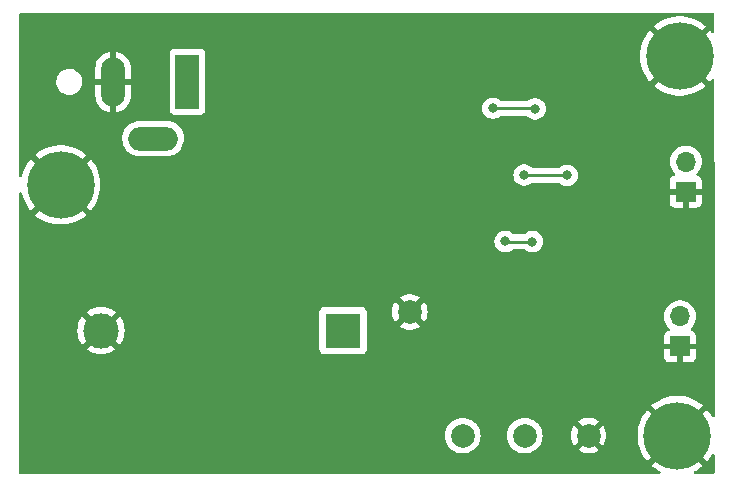
<source format=gbr>
%TF.GenerationSoftware,KiCad,Pcbnew,7.0.11-7.0.11~ubuntu22.04.1*%
%TF.CreationDate,2024-09-07T09:13:53-07:00*%
%TF.ProjectId,battery_pwr_brd_r3,62617474-6572-4795-9f70-77725f627264,rev?*%
%TF.SameCoordinates,Original*%
%TF.FileFunction,Copper,L2,Bot*%
%TF.FilePolarity,Positive*%
%FSLAX46Y46*%
G04 Gerber Fmt 4.6, Leading zero omitted, Abs format (unit mm)*
G04 Created by KiCad (PCBNEW 7.0.11-7.0.11~ubuntu22.04.1) date 2024-09-07 09:13:53*
%MOMM*%
%LPD*%
G01*
G04 APERTURE LIST*
%TA.AperFunction,ComponentPad*%
%ADD10C,2.000000*%
%TD*%
%TA.AperFunction,ComponentPad*%
%ADD11R,2.000000X4.600000*%
%TD*%
%TA.AperFunction,ComponentPad*%
%ADD12O,2.000000X4.200000*%
%TD*%
%TA.AperFunction,ComponentPad*%
%ADD13O,4.200000X2.000000*%
%TD*%
%TA.AperFunction,ComponentPad*%
%ADD14R,1.700000X1.700000*%
%TD*%
%TA.AperFunction,ComponentPad*%
%ADD15O,1.700000X1.700000*%
%TD*%
%TA.AperFunction,ComponentPad*%
%ADD16C,3.600000*%
%TD*%
%TA.AperFunction,ConnectorPad*%
%ADD17C,5.700000*%
%TD*%
%TA.AperFunction,ComponentPad*%
%ADD18R,3.000000X3.000000*%
%TD*%
%TA.AperFunction,ComponentPad*%
%ADD19C,3.000000*%
%TD*%
%TA.AperFunction,ViaPad*%
%ADD20C,0.800000*%
%TD*%
%TA.AperFunction,Conductor*%
%ADD21C,0.250000*%
%TD*%
G04 APERTURE END LIST*
D10*
%TO.P,GND1,1,1*%
%TO.N,GND*%
X106019600Y-110566200D03*
%TD*%
D11*
%TO.P,J1,1*%
%TO.N,Net-(SW1A-B)*%
X87189300Y-91083100D03*
D12*
%TO.P,J1,2*%
%TO.N,GND*%
X80889300Y-91083100D03*
D13*
%TO.P,J1,3*%
%TO.N,N/C*%
X84289300Y-95883100D03*
%TD*%
D14*
%TO.P,J2,1,Pin_1*%
%TO.N,GND*%
X129376500Y-100380800D03*
D15*
%TO.P,J2,2,Pin_2*%
%TO.N,+5V*%
X129376500Y-97840800D03*
%TD*%
D10*
%TO.P,3V3,1,1*%
%TO.N,+3.3V*%
X115747800Y-121031000D03*
%TD*%
D16*
%TO.P,H3,1,1*%
%TO.N,GND*%
X128649700Y-121029700D03*
D17*
X128649700Y-121029700D03*
%TD*%
D10*
%TO.P,GND2,1,1*%
%TO.N,GND*%
X121158000Y-121031000D03*
%TD*%
D18*
%TO.P,BT1,1,+*%
%TO.N,Net-(BT1-+)*%
X100362601Y-112141001D03*
D19*
%TO.P,BT1,2,-*%
%TO.N,GND*%
X79872601Y-112141001D03*
%TD*%
D10*
%TO.P,5V1,1,1*%
%TO.N,+5V*%
X110490000Y-121031000D03*
%TD*%
D14*
%TO.P,J3,1,Pin_1*%
%TO.N,GND*%
X128905000Y-113492200D03*
D15*
%TO.P,J3,2,Pin_2*%
%TO.N,+3.3V*%
X128905000Y-110952200D03*
%TD*%
D16*
%TO.P,H1,1,1*%
%TO.N,GND*%
X76454000Y-99796600D03*
D17*
X76454000Y-99796600D03*
%TD*%
D16*
%TO.P,H2,1,1*%
%TO.N,GND*%
X128871700Y-88900000D03*
D17*
X128871700Y-88900000D03*
%TD*%
D20*
%TO.N,GND*%
X102422100Y-90106300D03*
X118008400Y-86410800D03*
X97026700Y-97610900D03*
X96467900Y-101827300D03*
X109522100Y-102506300D03*
X93445300Y-112723900D03*
X124358400Y-87477600D03*
X111988600Y-87630000D03*
X103322100Y-97106300D03*
X126061500Y-114961700D03*
X122097800Y-105740200D03*
X130938300Y-113818700D03*
X81456500Y-108532900D03*
X114046000Y-102621000D03*
X82218500Y-87577900D03*
X122322100Y-101406300D03*
X122607100Y-93976100D03*
X77748100Y-94461300D03*
X128397000Y-106857800D03*
X126772700Y-98832700D03*
X83590100Y-88009700D03*
X124231400Y-122275600D03*
X126922100Y-99906300D03*
X113734450Y-112000550D03*
X83844100Y-117905500D03*
X86231700Y-111428500D03*
X77697300Y-88085900D03*
X109722100Y-97906300D03*
X120345200Y-115468400D03*
X121286300Y-108129100D03*
X99515900Y-107364500D03*
X131014500Y-102363300D03*
X105027700Y-106932700D03*
X77595700Y-109599700D03*
X116222100Y-102806300D03*
X111277400Y-94538800D03*
X80262700Y-94613700D03*
X106522100Y-93206300D03*
X96522100Y-86806300D03*
X116611400Y-90932000D03*
X115290600Y-88163400D03*
X125222000Y-117221000D03*
X89000300Y-98830100D03*
X84174300Y-91565700D03*
X115969650Y-107123750D03*
X130531900Y-116485700D03*
X112395000Y-90373200D03*
X112012700Y-99134900D03*
X126922100Y-113506300D03*
X110234700Y-95528100D03*
X117525800Y-97434400D03*
X125095000Y-107772200D03*
X109421900Y-106424700D03*
%TO.N,Net-(D1-K)*%
X115697000Y-98983800D03*
X119329200Y-99009200D03*
%TO.N,Net-(U1-VIN)*%
X116611400Y-93370400D03*
X113055400Y-93319600D03*
%TO.N,+3.3V*%
X116401450Y-104609150D03*
X114096800Y-104602200D03*
%TD*%
D21*
%TO.N,Net-(D1-K)*%
X119202200Y-98983800D02*
X119329200Y-99009200D01*
X119329200Y-99009200D02*
X119253000Y-98983800D01*
X119253000Y-98983800D02*
X119227600Y-98983800D01*
X115697000Y-98983800D02*
X119202200Y-98983800D01*
%TO.N,Net-(U1-VIN)*%
X113055400Y-93319600D02*
X116560600Y-93319600D01*
X116560600Y-93319600D02*
X116611400Y-93370400D01*
%TO.N,+3.3V*%
X114318650Y-104609150D02*
X116401450Y-104609150D01*
%TD*%
%TA.AperFunction,Conductor*%
%TO.N,GND*%
G36*
X131742455Y-85261319D02*
G01*
X131788233Y-85314103D01*
X131799461Y-85365502D01*
X131801389Y-86847473D01*
X131781792Y-86914538D01*
X131729047Y-86960361D01*
X131659902Y-86970395D01*
X131596308Y-86941453D01*
X131574755Y-86917221D01*
X131542521Y-86869679D01*
X131410729Y-86714523D01*
X131410728Y-86714523D01*
X130169432Y-87955818D01*
X130006570Y-87765130D01*
X129815880Y-87602266D01*
X131059810Y-86358336D01*
X131059810Y-86358334D01*
X131043629Y-86343007D01*
X131043628Y-86343006D01*
X130754433Y-86123167D01*
X130754417Y-86123156D01*
X130443177Y-85935890D01*
X130443164Y-85935883D01*
X130113494Y-85783360D01*
X130113489Y-85783359D01*
X129769238Y-85667367D01*
X129414464Y-85589275D01*
X129053333Y-85550000D01*
X128690066Y-85550000D01*
X128328935Y-85589275D01*
X127974161Y-85667367D01*
X127629910Y-85783359D01*
X127629905Y-85783360D01*
X127300235Y-85935883D01*
X127300222Y-85935890D01*
X126988982Y-86123156D01*
X126988966Y-86123167D01*
X126699775Y-86343002D01*
X126683588Y-86358335D01*
X126683587Y-86358335D01*
X127927519Y-87602266D01*
X127736830Y-87765130D01*
X127573966Y-87955818D01*
X126332670Y-86714522D01*
X126332669Y-86714523D01*
X126200877Y-86869680D01*
X126200870Y-86869690D01*
X125997018Y-87170348D01*
X125997016Y-87170352D01*
X125826861Y-87491297D01*
X125826852Y-87491315D01*
X125692397Y-87828772D01*
X125692395Y-87828779D01*
X125595219Y-88178777D01*
X125595217Y-88178785D01*
X125536446Y-88537271D01*
X125516780Y-88899997D01*
X125516780Y-88900002D01*
X125536446Y-89262728D01*
X125595217Y-89621214D01*
X125595219Y-89621222D01*
X125692395Y-89971220D01*
X125692397Y-89971227D01*
X125826852Y-90308684D01*
X125826861Y-90308702D01*
X125997016Y-90629647D01*
X125997018Y-90629651D01*
X126200870Y-90930309D01*
X126200877Y-90930319D01*
X126332669Y-91085475D01*
X126332670Y-91085475D01*
X127573966Y-89844180D01*
X127736830Y-90034870D01*
X127927518Y-90197732D01*
X126683588Y-91441662D01*
X126683588Y-91441664D01*
X126699770Y-91456992D01*
X126699771Y-91456993D01*
X126988966Y-91676832D01*
X126988982Y-91676843D01*
X127300222Y-91864109D01*
X127300235Y-91864116D01*
X127629905Y-92016639D01*
X127629910Y-92016640D01*
X127974161Y-92132632D01*
X128328935Y-92210724D01*
X128690066Y-92249999D01*
X128690074Y-92250000D01*
X129053326Y-92250000D01*
X129053333Y-92249999D01*
X129414464Y-92210724D01*
X129769238Y-92132632D01*
X130113489Y-92016640D01*
X130113494Y-92016639D01*
X130443164Y-91864116D01*
X130443177Y-91864109D01*
X130754417Y-91676843D01*
X130754433Y-91676832D01*
X131043629Y-91456992D01*
X131059810Y-91441664D01*
X131059810Y-91441663D01*
X129815880Y-90197733D01*
X130006570Y-90034870D01*
X130169433Y-89844180D01*
X131410728Y-91085475D01*
X131410729Y-91085475D01*
X131542527Y-90930311D01*
X131542529Y-90930309D01*
X131580087Y-90874916D01*
X131634002Y-90830475D01*
X131703384Y-90822237D01*
X131766206Y-90852817D01*
X131802522Y-90912507D01*
X131806721Y-90944342D01*
X131824700Y-104761000D01*
X131824700Y-119367893D01*
X131805015Y-119434932D01*
X131752211Y-119480687D01*
X131683053Y-119490631D01*
X131619497Y-119461606D01*
X131591145Y-119425976D01*
X131524384Y-119300052D01*
X131524381Y-119300048D01*
X131320529Y-118999390D01*
X131320522Y-118999380D01*
X131188729Y-118844223D01*
X131188728Y-118844223D01*
X129947432Y-120085518D01*
X129784570Y-119894830D01*
X129593880Y-119731966D01*
X130837810Y-118488036D01*
X130837810Y-118488034D01*
X130821629Y-118472707D01*
X130821628Y-118472706D01*
X130532433Y-118252867D01*
X130532417Y-118252856D01*
X130221177Y-118065590D01*
X130221164Y-118065583D01*
X129891494Y-117913060D01*
X129891489Y-117913059D01*
X129547238Y-117797067D01*
X129192464Y-117718975D01*
X128831333Y-117679700D01*
X128468066Y-117679700D01*
X128106935Y-117718975D01*
X127752161Y-117797067D01*
X127407910Y-117913059D01*
X127407905Y-117913060D01*
X127078235Y-118065583D01*
X127078222Y-118065590D01*
X126766982Y-118252856D01*
X126766966Y-118252867D01*
X126477775Y-118472702D01*
X126461588Y-118488035D01*
X126461587Y-118488035D01*
X127705519Y-119731966D01*
X127514830Y-119894830D01*
X127351966Y-120085518D01*
X126110670Y-118844222D01*
X126110669Y-118844223D01*
X125978877Y-118999380D01*
X125978870Y-118999390D01*
X125775018Y-119300048D01*
X125775016Y-119300052D01*
X125604861Y-119620997D01*
X125604852Y-119621015D01*
X125470397Y-119958472D01*
X125470395Y-119958479D01*
X125373219Y-120308477D01*
X125373217Y-120308485D01*
X125314446Y-120666971D01*
X125294780Y-121029697D01*
X125294780Y-121029702D01*
X125314446Y-121392428D01*
X125373217Y-121750914D01*
X125373219Y-121750922D01*
X125470395Y-122100920D01*
X125470397Y-122100927D01*
X125604852Y-122438384D01*
X125604861Y-122438402D01*
X125775016Y-122759347D01*
X125775018Y-122759351D01*
X125978870Y-123060009D01*
X125978877Y-123060019D01*
X126110669Y-123215175D01*
X126110670Y-123215175D01*
X127351966Y-121973880D01*
X127514830Y-122164570D01*
X127705518Y-122327432D01*
X126461588Y-123571362D01*
X126461588Y-123571364D01*
X126477770Y-123586692D01*
X126477771Y-123586693D01*
X126766966Y-123806532D01*
X126766982Y-123806543D01*
X127078222Y-123993809D01*
X127078235Y-123993816D01*
X127187485Y-124044361D01*
X127240063Y-124090375D01*
X127259417Y-124157511D01*
X127239403Y-124224452D01*
X127186374Y-124269947D01*
X127135419Y-124280900D01*
X73046600Y-124280900D01*
X72979561Y-124261215D01*
X72933806Y-124208411D01*
X72922600Y-124156900D01*
X72922600Y-123512385D01*
X72924214Y-121031000D01*
X108976835Y-121031000D01*
X108995465Y-121267714D01*
X109050895Y-121498595D01*
X109050895Y-121498597D01*
X109141757Y-121717959D01*
X109141759Y-121717962D01*
X109265820Y-121920410D01*
X109265821Y-121920413D01*
X109318076Y-121981596D01*
X109420031Y-122100969D01*
X109559797Y-122220340D01*
X109600586Y-122255178D01*
X109600588Y-122255178D01*
X109803037Y-122379240D01*
X109803040Y-122379242D01*
X110022403Y-122470104D01*
X110022404Y-122470104D01*
X110022406Y-122470105D01*
X110253289Y-122525535D01*
X110490000Y-122544165D01*
X110726711Y-122525535D01*
X110957594Y-122470105D01*
X110957596Y-122470104D01*
X110957597Y-122470104D01*
X111176959Y-122379242D01*
X111176960Y-122379241D01*
X111176963Y-122379240D01*
X111379416Y-122255176D01*
X111559969Y-122100969D01*
X111714176Y-121920416D01*
X111838240Y-121717963D01*
X111929105Y-121498594D01*
X111984535Y-121267711D01*
X112003165Y-121031000D01*
X114234635Y-121031000D01*
X114253265Y-121267714D01*
X114308695Y-121498595D01*
X114308695Y-121498597D01*
X114399557Y-121717959D01*
X114399559Y-121717962D01*
X114523620Y-121920410D01*
X114523621Y-121920413D01*
X114575876Y-121981596D01*
X114677831Y-122100969D01*
X114817597Y-122220340D01*
X114858386Y-122255178D01*
X114858388Y-122255178D01*
X115060837Y-122379240D01*
X115060840Y-122379242D01*
X115280203Y-122470104D01*
X115280204Y-122470104D01*
X115280206Y-122470105D01*
X115511089Y-122525535D01*
X115747800Y-122544165D01*
X115984511Y-122525535D01*
X116215394Y-122470105D01*
X116215396Y-122470104D01*
X116215397Y-122470104D01*
X116434759Y-122379242D01*
X116434760Y-122379241D01*
X116434763Y-122379240D01*
X116637216Y-122255176D01*
X116817769Y-122100969D01*
X116971976Y-121920416D01*
X117096040Y-121717963D01*
X117186905Y-121498594D01*
X117242335Y-121267711D01*
X117260965Y-121031005D01*
X119652859Y-121031005D01*
X119673385Y-121278729D01*
X119673387Y-121278738D01*
X119734412Y-121519717D01*
X119834266Y-121747364D01*
X119934564Y-121900882D01*
X120674923Y-121160523D01*
X120698507Y-121240844D01*
X120776239Y-121361798D01*
X120884900Y-121455952D01*
X121015685Y-121515680D01*
X121025466Y-121517086D01*
X120287942Y-122254609D01*
X120334768Y-122291055D01*
X120334770Y-122291056D01*
X120553385Y-122409364D01*
X120553396Y-122409369D01*
X120788506Y-122490083D01*
X121033707Y-122531000D01*
X121282293Y-122531000D01*
X121527493Y-122490083D01*
X121762603Y-122409369D01*
X121762614Y-122409364D01*
X121981228Y-122291057D01*
X121981231Y-122291055D01*
X122028056Y-122254609D01*
X121290533Y-121517086D01*
X121300315Y-121515680D01*
X121431100Y-121455952D01*
X121539761Y-121361798D01*
X121617493Y-121240844D01*
X121641076Y-121160524D01*
X122381434Y-121900882D01*
X122481731Y-121747369D01*
X122581587Y-121519717D01*
X122642612Y-121278738D01*
X122642614Y-121278729D01*
X122663141Y-121031005D01*
X122663141Y-121030994D01*
X122642614Y-120783270D01*
X122642612Y-120783261D01*
X122581587Y-120542282D01*
X122481731Y-120314630D01*
X122381434Y-120161116D01*
X121641076Y-120901475D01*
X121617493Y-120821156D01*
X121539761Y-120700202D01*
X121431100Y-120606048D01*
X121300315Y-120546320D01*
X121290534Y-120544913D01*
X122028057Y-119807390D01*
X122028056Y-119807389D01*
X121981229Y-119770943D01*
X121762614Y-119652635D01*
X121762603Y-119652630D01*
X121527493Y-119571916D01*
X121282293Y-119531000D01*
X121033707Y-119531000D01*
X120788506Y-119571916D01*
X120553396Y-119652630D01*
X120553390Y-119652632D01*
X120334761Y-119770949D01*
X120287942Y-119807388D01*
X120287942Y-119807390D01*
X121025466Y-120544913D01*
X121015685Y-120546320D01*
X120884900Y-120606048D01*
X120776239Y-120700202D01*
X120698507Y-120821156D01*
X120674923Y-120901475D01*
X119934564Y-120161116D01*
X119834267Y-120314632D01*
X119734412Y-120542282D01*
X119673387Y-120783261D01*
X119673385Y-120783270D01*
X119652859Y-121030994D01*
X119652859Y-121031005D01*
X117260965Y-121031005D01*
X117260965Y-121031000D01*
X117242335Y-120794289D01*
X117186905Y-120563406D01*
X117186904Y-120563403D01*
X117186904Y-120563402D01*
X117096042Y-120344040D01*
X117096040Y-120344037D01*
X116971979Y-120141589D01*
X116971978Y-120141586D01*
X116924789Y-120086335D01*
X116817769Y-119961031D01*
X116637878Y-119807389D01*
X116637213Y-119806821D01*
X116637210Y-119806820D01*
X116434762Y-119682759D01*
X116434759Y-119682757D01*
X116215396Y-119591895D01*
X115984514Y-119536465D01*
X115747800Y-119517835D01*
X115511085Y-119536465D01*
X115280204Y-119591895D01*
X115280202Y-119591895D01*
X115060840Y-119682757D01*
X115060837Y-119682759D01*
X114858389Y-119806820D01*
X114858386Y-119806821D01*
X114677831Y-119961031D01*
X114523621Y-120141586D01*
X114523620Y-120141589D01*
X114399559Y-120344037D01*
X114399557Y-120344040D01*
X114308695Y-120563402D01*
X114308695Y-120563404D01*
X114253265Y-120794285D01*
X114234635Y-121031000D01*
X112003165Y-121031000D01*
X111984535Y-120794289D01*
X111929105Y-120563406D01*
X111929104Y-120563403D01*
X111929104Y-120563402D01*
X111838242Y-120344040D01*
X111838240Y-120344037D01*
X111714179Y-120141589D01*
X111714178Y-120141586D01*
X111666989Y-120086335D01*
X111559969Y-119961031D01*
X111380078Y-119807389D01*
X111379413Y-119806821D01*
X111379410Y-119806820D01*
X111176962Y-119682759D01*
X111176959Y-119682757D01*
X110957596Y-119591895D01*
X110726714Y-119536465D01*
X110490000Y-119517835D01*
X110253285Y-119536465D01*
X110022404Y-119591895D01*
X110022402Y-119591895D01*
X109803040Y-119682757D01*
X109803037Y-119682759D01*
X109600589Y-119806820D01*
X109600586Y-119806821D01*
X109420031Y-119961031D01*
X109265821Y-120141586D01*
X109265820Y-120141589D01*
X109141759Y-120344037D01*
X109141757Y-120344040D01*
X109050895Y-120563402D01*
X109050895Y-120563404D01*
X108995465Y-120794285D01*
X108976835Y-121031000D01*
X72924214Y-121031000D01*
X72924368Y-120794285D01*
X72929998Y-112141002D01*
X77867492Y-112141002D01*
X77887901Y-112426363D01*
X77948710Y-112705896D01*
X78048692Y-112973959D01*
X78185792Y-113225039D01*
X78185797Y-113225047D01*
X78292483Y-113367562D01*
X78292484Y-113367563D01*
X79195404Y-112464642D01*
X79218660Y-112518554D01*
X79323357Y-112659186D01*
X79457663Y-112771883D01*
X79549266Y-112817887D01*
X78646037Y-113721116D01*
X78788561Y-113827808D01*
X78788562Y-113827809D01*
X79039643Y-113964909D01*
X79039642Y-113964909D01*
X79307705Y-114064891D01*
X79587238Y-114125700D01*
X79872600Y-114146110D01*
X79872602Y-114146110D01*
X80157963Y-114125700D01*
X80437496Y-114064891D01*
X80705559Y-113964909D01*
X80956648Y-113827804D01*
X81099162Y-113721117D01*
X81099163Y-113721116D01*
X81067702Y-113689655D01*
X98354101Y-113689655D01*
X98360612Y-113750203D01*
X98360612Y-113750205D01*
X98389558Y-113827809D01*
X98411712Y-113887205D01*
X98499340Y-114004262D01*
X98616397Y-114091890D01*
X98753400Y-114142990D01*
X98780651Y-114145919D01*
X98813946Y-114149500D01*
X98813963Y-114149501D01*
X101911239Y-114149501D01*
X101911255Y-114149500D01*
X101938293Y-114146592D01*
X101971802Y-114142990D01*
X102108805Y-114091890D01*
X102225862Y-114004262D01*
X102313490Y-113887205D01*
X102364590Y-113750202D01*
X102368192Y-113716693D01*
X102371100Y-113689655D01*
X102371101Y-113689638D01*
X102371101Y-110592363D01*
X102371100Y-110592346D01*
X102368289Y-110566205D01*
X104514459Y-110566205D01*
X104534985Y-110813929D01*
X104534987Y-110813938D01*
X104596012Y-111054917D01*
X104695866Y-111282564D01*
X104796164Y-111436082D01*
X105536523Y-110695723D01*
X105560107Y-110776044D01*
X105637839Y-110896998D01*
X105746500Y-110991152D01*
X105877285Y-111050880D01*
X105887066Y-111052286D01*
X105149542Y-111789809D01*
X105196368Y-111826255D01*
X105196370Y-111826256D01*
X105414985Y-111944564D01*
X105414996Y-111944569D01*
X105650106Y-112025283D01*
X105895307Y-112066200D01*
X106143893Y-112066200D01*
X106389093Y-112025283D01*
X106624203Y-111944569D01*
X106624214Y-111944564D01*
X106842828Y-111826257D01*
X106842831Y-111826255D01*
X106889656Y-111789809D01*
X106152133Y-111052286D01*
X106161915Y-111050880D01*
X106292700Y-110991152D01*
X106401361Y-110896998D01*
X106479093Y-110776044D01*
X106502676Y-110695724D01*
X107243034Y-111436082D01*
X107343331Y-111282569D01*
X107443187Y-111054917D01*
X107469198Y-110952205D01*
X127541844Y-110952205D01*
X127560434Y-111176559D01*
X127560436Y-111176571D01*
X127615703Y-111394814D01*
X127706140Y-111600992D01*
X127812278Y-111763448D01*
X127829278Y-111789468D01*
X127980707Y-111953962D01*
X128011629Y-112016615D01*
X128003769Y-112086041D01*
X127959622Y-112140197D01*
X127932811Y-112154126D01*
X127812912Y-112198846D01*
X127812906Y-112198849D01*
X127697812Y-112285009D01*
X127697809Y-112285012D01*
X127611649Y-112400106D01*
X127611645Y-112400113D01*
X127561403Y-112534820D01*
X127561401Y-112534827D01*
X127555000Y-112594355D01*
X127555000Y-113242200D01*
X128471314Y-113242200D01*
X128445507Y-113282356D01*
X128405000Y-113420311D01*
X128405000Y-113564089D01*
X128445507Y-113702044D01*
X128471314Y-113742200D01*
X127555000Y-113742200D01*
X127555000Y-114390044D01*
X127561401Y-114449572D01*
X127561403Y-114449579D01*
X127611645Y-114584286D01*
X127611649Y-114584293D01*
X127697809Y-114699387D01*
X127697812Y-114699390D01*
X127812906Y-114785550D01*
X127812913Y-114785554D01*
X127947620Y-114835796D01*
X127947627Y-114835798D01*
X128007155Y-114842199D01*
X128007172Y-114842200D01*
X128655000Y-114842200D01*
X128655000Y-113927701D01*
X128762685Y-113976880D01*
X128869237Y-113992200D01*
X128940763Y-113992200D01*
X129047315Y-113976880D01*
X129155000Y-113927701D01*
X129155000Y-114842200D01*
X129802828Y-114842200D01*
X129802844Y-114842199D01*
X129862372Y-114835798D01*
X129862379Y-114835796D01*
X129997086Y-114785554D01*
X129997093Y-114785550D01*
X130112187Y-114699390D01*
X130112190Y-114699387D01*
X130198350Y-114584293D01*
X130198354Y-114584286D01*
X130248596Y-114449579D01*
X130248598Y-114449572D01*
X130254999Y-114390044D01*
X130255000Y-114390027D01*
X130255000Y-113742200D01*
X129338686Y-113742200D01*
X129364493Y-113702044D01*
X129405000Y-113564089D01*
X129405000Y-113420311D01*
X129364493Y-113282356D01*
X129338686Y-113242200D01*
X130255000Y-113242200D01*
X130255000Y-112594372D01*
X130254999Y-112594355D01*
X130248598Y-112534827D01*
X130248596Y-112534820D01*
X130198354Y-112400113D01*
X130198350Y-112400106D01*
X130112190Y-112285012D01*
X130112187Y-112285009D01*
X129997093Y-112198849D01*
X129997088Y-112198846D01*
X129877188Y-112154126D01*
X129821255Y-112112254D01*
X129796838Y-112046790D01*
X129811690Y-111978517D01*
X129829286Y-111953969D01*
X129980722Y-111789468D01*
X130103860Y-111600991D01*
X130194296Y-111394816D01*
X130249564Y-111176568D01*
X130259476Y-111056954D01*
X130268156Y-110952205D01*
X130268156Y-110952194D01*
X130249565Y-110727840D01*
X130249563Y-110727828D01*
X130226838Y-110638089D01*
X130194296Y-110509584D01*
X130103860Y-110303409D01*
X129980722Y-110114932D01*
X129980719Y-110114929D01*
X129980715Y-110114923D01*
X129828243Y-109949297D01*
X129828238Y-109949292D01*
X129650577Y-109811012D01*
X129650572Y-109811008D01*
X129452580Y-109703861D01*
X129452577Y-109703859D01*
X129452574Y-109703858D01*
X129452571Y-109703857D01*
X129452569Y-109703856D01*
X129239637Y-109630756D01*
X129017569Y-109593700D01*
X128792431Y-109593700D01*
X128570362Y-109630756D01*
X128357430Y-109703856D01*
X128357419Y-109703861D01*
X128159427Y-109811008D01*
X128159422Y-109811012D01*
X127981761Y-109949292D01*
X127981756Y-109949297D01*
X127829284Y-110114923D01*
X127829276Y-110114934D01*
X127706140Y-110303407D01*
X127615703Y-110509585D01*
X127560436Y-110727828D01*
X127560434Y-110727840D01*
X127541844Y-110952194D01*
X127541844Y-110952205D01*
X107469198Y-110952205D01*
X107504212Y-110813938D01*
X107504214Y-110813929D01*
X107524741Y-110566205D01*
X107524741Y-110566194D01*
X107504214Y-110318470D01*
X107504212Y-110318461D01*
X107443187Y-110077482D01*
X107343331Y-109849830D01*
X107243034Y-109696316D01*
X106502676Y-110436675D01*
X106479093Y-110356356D01*
X106401361Y-110235402D01*
X106292700Y-110141248D01*
X106161915Y-110081520D01*
X106152134Y-110080113D01*
X106889657Y-109342590D01*
X106889656Y-109342589D01*
X106842829Y-109306143D01*
X106624214Y-109187835D01*
X106624203Y-109187830D01*
X106389093Y-109107116D01*
X106143893Y-109066200D01*
X105895307Y-109066200D01*
X105650106Y-109107116D01*
X105414996Y-109187830D01*
X105414990Y-109187832D01*
X105196361Y-109306149D01*
X105149542Y-109342588D01*
X105149542Y-109342590D01*
X105887066Y-110080113D01*
X105877285Y-110081520D01*
X105746500Y-110141248D01*
X105637839Y-110235402D01*
X105560107Y-110356356D01*
X105536523Y-110436675D01*
X104796164Y-109696316D01*
X104695867Y-109849832D01*
X104596012Y-110077482D01*
X104534987Y-110318461D01*
X104534985Y-110318470D01*
X104514459Y-110566194D01*
X104514459Y-110566205D01*
X102368289Y-110566205D01*
X102367717Y-110560883D01*
X102364590Y-110531800D01*
X102313490Y-110394797D01*
X102225862Y-110277740D01*
X102108805Y-110190112D01*
X101971804Y-110139012D01*
X101911255Y-110132501D01*
X101911239Y-110132501D01*
X98813963Y-110132501D01*
X98813946Y-110132501D01*
X98753398Y-110139012D01*
X98753396Y-110139012D01*
X98616396Y-110190112D01*
X98499340Y-110277740D01*
X98411712Y-110394796D01*
X98360612Y-110531796D01*
X98360612Y-110531798D01*
X98354101Y-110592346D01*
X98354101Y-113689655D01*
X81067702Y-113689655D01*
X80198547Y-112820499D01*
X80211492Y-112815788D01*
X80357974Y-112719446D01*
X80478289Y-112591919D01*
X80551048Y-112465895D01*
X81452716Y-113367563D01*
X81452717Y-113367562D01*
X81559404Y-113225048D01*
X81696509Y-112973959D01*
X81796491Y-112705896D01*
X81857300Y-112426363D01*
X81877710Y-112141002D01*
X81877710Y-112140999D01*
X81857300Y-111855638D01*
X81796491Y-111576105D01*
X81696509Y-111308042D01*
X81559409Y-111056962D01*
X81559408Y-111056961D01*
X81452716Y-110914437D01*
X80549796Y-111817357D01*
X80526542Y-111763448D01*
X80421845Y-111622816D01*
X80287539Y-111510119D01*
X80195934Y-111464113D01*
X81099163Y-110560884D01*
X81099162Y-110560883D01*
X80956647Y-110454197D01*
X80956639Y-110454192D01*
X80705558Y-110317092D01*
X80705559Y-110317092D01*
X80437496Y-110217110D01*
X80157963Y-110156301D01*
X79872602Y-110135892D01*
X79872600Y-110135892D01*
X79587238Y-110156301D01*
X79307705Y-110217110D01*
X79039642Y-110317092D01*
X78788562Y-110454192D01*
X78788554Y-110454197D01*
X78646038Y-110560883D01*
X78646037Y-110560884D01*
X79546655Y-111461502D01*
X79533710Y-111466214D01*
X79387228Y-111562556D01*
X79266913Y-111690083D01*
X79194153Y-111816106D01*
X78292484Y-110914437D01*
X78292483Y-110914438D01*
X78185797Y-111056954D01*
X78185792Y-111056962D01*
X78048692Y-111308042D01*
X77948710Y-111576105D01*
X77887901Y-111855638D01*
X77867492Y-112140999D01*
X77867492Y-112141002D01*
X72929998Y-112141002D01*
X72934903Y-104602200D01*
X113183296Y-104602200D01*
X113203258Y-104792128D01*
X113203259Y-104792131D01*
X113262270Y-104973749D01*
X113262273Y-104973756D01*
X113357760Y-105139144D01*
X113450957Y-105242650D01*
X113481627Y-105276713D01*
X113485547Y-105281066D01*
X113640048Y-105393318D01*
X113814512Y-105470994D01*
X114001313Y-105510700D01*
X114192287Y-105510700D01*
X114379088Y-105470994D01*
X114553552Y-105393318D01*
X114708053Y-105281066D01*
X114708058Y-105281059D01*
X114712888Y-105276713D01*
X114714357Y-105278345D01*
X114765186Y-105247030D01*
X114797852Y-105242650D01*
X115694141Y-105242650D01*
X115761180Y-105262335D01*
X115786290Y-105283677D01*
X115790197Y-105288016D01*
X115944698Y-105400268D01*
X116119162Y-105477944D01*
X116305963Y-105517650D01*
X116496937Y-105517650D01*
X116683738Y-105477944D01*
X116858202Y-105400268D01*
X117012703Y-105288016D01*
X117140490Y-105146094D01*
X117235977Y-104980706D01*
X117294992Y-104799078D01*
X117314954Y-104609150D01*
X117294992Y-104419222D01*
X117235977Y-104237594D01*
X117140490Y-104072206D01*
X117012703Y-103930284D01*
X116858202Y-103818032D01*
X116683738Y-103740356D01*
X116683736Y-103740355D01*
X116496937Y-103700650D01*
X116305963Y-103700650D01*
X116119164Y-103740355D01*
X115944696Y-103818033D01*
X115790195Y-103930285D01*
X115786290Y-103934623D01*
X115726804Y-103971271D01*
X115694141Y-103975650D01*
X114810367Y-103975650D01*
X114743328Y-103955965D01*
X114718218Y-103934623D01*
X114708055Y-103923335D01*
X114553553Y-103811083D01*
X114553552Y-103811082D01*
X114379088Y-103733406D01*
X114379086Y-103733405D01*
X114192287Y-103693700D01*
X114001313Y-103693700D01*
X113814514Y-103733405D01*
X113640046Y-103811083D01*
X113485545Y-103923335D01*
X113357759Y-104065257D01*
X113262273Y-104230643D01*
X113262270Y-104230650D01*
X113203259Y-104412268D01*
X113203258Y-104412272D01*
X113183296Y-104602200D01*
X72934903Y-104602200D01*
X72937530Y-100563485D01*
X72957258Y-100496462D01*
X73010092Y-100450741D01*
X73079257Y-100440843D01*
X73142794Y-100469909D01*
X73180530Y-100528712D01*
X73181010Y-100530396D01*
X73274695Y-100867820D01*
X73274697Y-100867827D01*
X73409152Y-101205284D01*
X73409161Y-101205302D01*
X73579316Y-101526247D01*
X73579318Y-101526251D01*
X73783170Y-101826909D01*
X73783177Y-101826919D01*
X73914969Y-101982075D01*
X73914970Y-101982075D01*
X75156266Y-100740780D01*
X75319130Y-100931470D01*
X75509818Y-101094332D01*
X74265888Y-102338262D01*
X74265888Y-102338264D01*
X74282070Y-102353592D01*
X74282071Y-102353593D01*
X74571266Y-102573432D01*
X74571282Y-102573443D01*
X74882522Y-102760709D01*
X74882535Y-102760716D01*
X75212205Y-102913239D01*
X75212210Y-102913240D01*
X75556461Y-103029232D01*
X75911235Y-103107324D01*
X76272366Y-103146599D01*
X76272374Y-103146600D01*
X76635626Y-103146600D01*
X76635633Y-103146599D01*
X76996764Y-103107324D01*
X77351538Y-103029232D01*
X77695789Y-102913240D01*
X77695794Y-102913239D01*
X78025464Y-102760716D01*
X78025477Y-102760709D01*
X78336717Y-102573443D01*
X78336733Y-102573432D01*
X78625929Y-102353592D01*
X78642110Y-102338264D01*
X78642110Y-102338263D01*
X77398180Y-101094333D01*
X77588870Y-100931470D01*
X77751733Y-100740780D01*
X78993028Y-101982075D01*
X78993029Y-101982075D01*
X79124827Y-101826911D01*
X79124838Y-101826897D01*
X79328681Y-101526251D01*
X79328683Y-101526247D01*
X79498838Y-101205302D01*
X79498847Y-101205284D01*
X79633302Y-100867827D01*
X79633304Y-100867820D01*
X79730480Y-100517822D01*
X79730482Y-100517814D01*
X79789253Y-100159328D01*
X79808920Y-99796602D01*
X79808920Y-99796597D01*
X79789253Y-99433871D01*
X79730482Y-99075385D01*
X79730480Y-99075377D01*
X79705054Y-98983800D01*
X114783496Y-98983800D01*
X114803458Y-99173728D01*
X114803459Y-99173731D01*
X114862470Y-99355349D01*
X114862473Y-99355356D01*
X114957960Y-99520744D01*
X115085747Y-99662666D01*
X115240248Y-99774918D01*
X115414712Y-99852594D01*
X115601513Y-99892300D01*
X115792487Y-99892300D01*
X115979288Y-99852594D01*
X116153752Y-99774918D01*
X116308253Y-99662666D01*
X116312160Y-99658327D01*
X116371646Y-99621679D01*
X116404309Y-99617300D01*
X118599020Y-99617300D01*
X118666059Y-99636985D01*
X118691170Y-99658328D01*
X118717941Y-99688061D01*
X118717944Y-99688063D01*
X118717947Y-99688066D01*
X118872448Y-99800318D01*
X119046912Y-99877994D01*
X119233713Y-99917700D01*
X119424687Y-99917700D01*
X119611488Y-99877994D01*
X119785952Y-99800318D01*
X119940453Y-99688066D01*
X120068240Y-99546144D01*
X120163727Y-99380756D01*
X120222742Y-99199128D01*
X120242704Y-99009200D01*
X120222742Y-98819272D01*
X120163727Y-98637644D01*
X120068240Y-98472256D01*
X119940453Y-98330334D01*
X119785952Y-98218082D01*
X119611488Y-98140406D01*
X119611486Y-98140405D01*
X119424687Y-98100700D01*
X119233713Y-98100700D01*
X119046914Y-98140405D01*
X118872446Y-98218083D01*
X118723062Y-98326618D01*
X118657255Y-98350098D01*
X118650176Y-98350300D01*
X116404309Y-98350300D01*
X116337270Y-98330615D01*
X116312160Y-98309273D01*
X116308254Y-98304935D01*
X116179532Y-98211412D01*
X116153752Y-98192682D01*
X115979288Y-98115006D01*
X115979286Y-98115005D01*
X115792487Y-98075300D01*
X115601513Y-98075300D01*
X115414714Y-98115005D01*
X115240246Y-98192683D01*
X115085745Y-98304935D01*
X114957959Y-98446857D01*
X114862473Y-98612243D01*
X114862470Y-98612250D01*
X114803459Y-98793868D01*
X114803458Y-98793872D01*
X114783496Y-98983800D01*
X79705054Y-98983800D01*
X79633304Y-98725379D01*
X79633302Y-98725372D01*
X79498847Y-98387915D01*
X79498838Y-98387897D01*
X79328683Y-98066952D01*
X79328681Y-98066948D01*
X79175352Y-97840805D01*
X128013344Y-97840805D01*
X128031934Y-98065159D01*
X128031936Y-98065171D01*
X128087203Y-98283414D01*
X128177640Y-98489592D01*
X128290104Y-98661730D01*
X128300778Y-98678068D01*
X128452207Y-98842562D01*
X128483129Y-98905215D01*
X128475269Y-98974641D01*
X128431122Y-99028797D01*
X128404311Y-99042726D01*
X128284412Y-99087446D01*
X128284406Y-99087449D01*
X128169312Y-99173609D01*
X128169309Y-99173612D01*
X128083149Y-99288706D01*
X128083145Y-99288713D01*
X128032903Y-99423420D01*
X128032901Y-99423427D01*
X128026500Y-99482955D01*
X128026500Y-100130800D01*
X128942814Y-100130800D01*
X128917007Y-100170956D01*
X128876500Y-100308911D01*
X128876500Y-100452689D01*
X128917007Y-100590644D01*
X128942814Y-100630800D01*
X128026500Y-100630800D01*
X128026500Y-101278644D01*
X128032901Y-101338172D01*
X128032903Y-101338179D01*
X128083145Y-101472886D01*
X128083149Y-101472893D01*
X128169309Y-101587987D01*
X128169312Y-101587990D01*
X128284406Y-101674150D01*
X128284413Y-101674154D01*
X128419120Y-101724396D01*
X128419127Y-101724398D01*
X128478655Y-101730799D01*
X128478672Y-101730800D01*
X129126500Y-101730800D01*
X129126500Y-100816301D01*
X129234185Y-100865480D01*
X129340737Y-100880800D01*
X129412263Y-100880800D01*
X129518815Y-100865480D01*
X129626500Y-100816301D01*
X129626500Y-101730800D01*
X130274328Y-101730800D01*
X130274344Y-101730799D01*
X130333872Y-101724398D01*
X130333879Y-101724396D01*
X130468586Y-101674154D01*
X130468593Y-101674150D01*
X130583687Y-101587990D01*
X130583690Y-101587987D01*
X130669850Y-101472893D01*
X130669854Y-101472886D01*
X130720096Y-101338179D01*
X130720098Y-101338172D01*
X130726499Y-101278644D01*
X130726500Y-101278627D01*
X130726500Y-100630800D01*
X129810186Y-100630800D01*
X129835993Y-100590644D01*
X129876500Y-100452689D01*
X129876500Y-100308911D01*
X129835993Y-100170956D01*
X129810186Y-100130800D01*
X130726500Y-100130800D01*
X130726500Y-99482972D01*
X130726499Y-99482955D01*
X130720098Y-99423427D01*
X130720096Y-99423420D01*
X130669854Y-99288713D01*
X130669850Y-99288706D01*
X130583690Y-99173612D01*
X130583687Y-99173609D01*
X130468593Y-99087449D01*
X130468588Y-99087446D01*
X130348688Y-99042726D01*
X130292755Y-99000854D01*
X130268338Y-98935390D01*
X130283190Y-98867117D01*
X130300786Y-98842569D01*
X130452222Y-98678068D01*
X130575360Y-98489591D01*
X130665796Y-98283416D01*
X130721064Y-98065168D01*
X130739656Y-97840800D01*
X130721064Y-97616432D01*
X130665796Y-97398184D01*
X130575360Y-97192009D01*
X130555893Y-97162213D01*
X130462829Y-97019767D01*
X130452222Y-97003532D01*
X130452219Y-97003529D01*
X130452215Y-97003523D01*
X130299743Y-96837897D01*
X130299738Y-96837892D01*
X130122077Y-96699612D01*
X130122072Y-96699608D01*
X129924080Y-96592461D01*
X129924077Y-96592459D01*
X129924074Y-96592458D01*
X129924071Y-96592457D01*
X129924069Y-96592456D01*
X129711137Y-96519356D01*
X129489069Y-96482300D01*
X129263931Y-96482300D01*
X129041862Y-96519356D01*
X128828930Y-96592456D01*
X128828919Y-96592461D01*
X128630927Y-96699608D01*
X128630922Y-96699612D01*
X128453261Y-96837892D01*
X128453256Y-96837897D01*
X128300784Y-97003523D01*
X128300776Y-97003534D01*
X128177640Y-97192007D01*
X128087203Y-97398185D01*
X128031936Y-97616428D01*
X128031934Y-97616440D01*
X128013344Y-97840794D01*
X128013344Y-97840805D01*
X79175352Y-97840805D01*
X79124829Y-97766290D01*
X79124822Y-97766280D01*
X78993029Y-97611123D01*
X78993028Y-97611123D01*
X77751732Y-98852418D01*
X77588870Y-98661730D01*
X77398180Y-98498866D01*
X78642110Y-97254936D01*
X78642110Y-97254934D01*
X78625929Y-97239607D01*
X78625928Y-97239606D01*
X78336733Y-97019767D01*
X78336717Y-97019756D01*
X78025477Y-96832490D01*
X78025464Y-96832483D01*
X77695794Y-96679960D01*
X77695789Y-96679959D01*
X77351538Y-96563967D01*
X76996764Y-96485875D01*
X76635633Y-96446600D01*
X76272366Y-96446600D01*
X75911235Y-96485875D01*
X75556461Y-96563967D01*
X75212210Y-96679959D01*
X75212205Y-96679960D01*
X74882535Y-96832483D01*
X74882522Y-96832490D01*
X74571282Y-97019756D01*
X74571266Y-97019767D01*
X74282075Y-97239602D01*
X74265888Y-97254935D01*
X74265887Y-97254935D01*
X75509819Y-98498866D01*
X75319130Y-98661730D01*
X75156266Y-98852418D01*
X73914970Y-97611122D01*
X73914969Y-97611123D01*
X73783177Y-97766280D01*
X73783170Y-97766290D01*
X73579318Y-98066948D01*
X73579316Y-98066952D01*
X73409161Y-98387897D01*
X73409152Y-98387915D01*
X73274697Y-98725372D01*
X73274696Y-98725374D01*
X73182010Y-99059201D01*
X73145108Y-99118530D01*
X73081988Y-99148491D01*
X73012690Y-99139570D01*
X72959216Y-99094600D01*
X72938544Y-99027859D01*
X72938530Y-99026073D01*
X72940535Y-95944033D01*
X81677118Y-95944033D01*
X81706476Y-96185821D01*
X81774237Y-96419756D01*
X81774238Y-96419759D01*
X81878651Y-96639807D01*
X82017007Y-96840248D01*
X82017008Y-96840249D01*
X82185722Y-97015900D01*
X82380429Y-97162213D01*
X82380431Y-97162214D01*
X82380435Y-97162217D01*
X82492734Y-97221156D01*
X82596092Y-97275403D01*
X82596094Y-97275403D01*
X82596095Y-97275404D01*
X82711606Y-97313967D01*
X82827117Y-97352531D01*
X83067518Y-97391600D01*
X83067521Y-97391600D01*
X85450087Y-97391600D01*
X85450097Y-97391600D01*
X85632068Y-97376910D01*
X85868548Y-97318623D01*
X86018026Y-97254936D01*
X86092607Y-97223160D01*
X86092607Y-97223159D01*
X86092616Y-97223156D01*
X86298468Y-97092983D01*
X86480774Y-96931475D01*
X86634810Y-96742814D01*
X86756589Y-96531887D01*
X86842956Y-96304157D01*
X86891674Y-96065521D01*
X86901481Y-95822161D01*
X86872123Y-95580380D01*
X86872123Y-95580378D01*
X86804362Y-95346443D01*
X86804361Y-95346438D01*
X86699950Y-95126396D01*
X86699949Y-95126395D01*
X86699948Y-95126392D01*
X86561592Y-94925951D01*
X86561591Y-94925950D01*
X86392877Y-94750299D01*
X86198170Y-94603986D01*
X86198166Y-94603983D01*
X86198165Y-94603983D01*
X86171346Y-94589907D01*
X85982507Y-94490796D01*
X85982503Y-94490795D01*
X85751482Y-94413668D01*
X85511082Y-94374600D01*
X85511079Y-94374600D01*
X83128503Y-94374600D01*
X83128493Y-94374600D01*
X82946532Y-94389289D01*
X82710049Y-94447577D01*
X82485992Y-94543039D01*
X82485984Y-94543043D01*
X82485984Y-94543044D01*
X82280132Y-94673217D01*
X82097826Y-94834725D01*
X82097824Y-94834726D01*
X82097822Y-94834729D01*
X81943789Y-95023385D01*
X81943787Y-95023389D01*
X81822015Y-95234303D01*
X81822010Y-95234313D01*
X81735645Y-95462038D01*
X81686926Y-95700674D01*
X81686925Y-95700682D01*
X81677118Y-95944032D01*
X81677118Y-95944033D01*
X72940535Y-95944033D01*
X72942942Y-92245154D01*
X79389300Y-92245154D01*
X79404685Y-92430830D01*
X79404687Y-92430838D01*
X79465712Y-92671817D01*
X79565567Y-92899467D01*
X79701532Y-93107578D01*
X79869892Y-93290464D01*
X79869902Y-93290473D01*
X80066062Y-93443151D01*
X80066071Y-93443157D01*
X80284685Y-93561464D01*
X80284696Y-93561469D01*
X80519807Y-93642183D01*
X80639299Y-93662123D01*
X80639300Y-93662122D01*
X80639300Y-92616786D01*
X80679456Y-92642593D01*
X80817411Y-92683100D01*
X80961189Y-92683100D01*
X81099144Y-92642593D01*
X81139300Y-92616786D01*
X81139300Y-93662123D01*
X81258792Y-93642183D01*
X81493903Y-93561469D01*
X81493914Y-93561464D01*
X81712528Y-93443157D01*
X81712537Y-93443151D01*
X81727180Y-93431754D01*
X85680800Y-93431754D01*
X85687311Y-93492302D01*
X85687311Y-93492304D01*
X85738411Y-93629304D01*
X85826039Y-93746361D01*
X85943096Y-93833989D01*
X86080099Y-93885089D01*
X86107350Y-93888018D01*
X86140645Y-93891599D01*
X86140662Y-93891600D01*
X88237938Y-93891600D01*
X88237954Y-93891599D01*
X88264992Y-93888691D01*
X88298501Y-93885089D01*
X88435504Y-93833989D01*
X88552561Y-93746361D01*
X88640189Y-93629304D01*
X88691289Y-93492301D01*
X88694891Y-93458792D01*
X88697799Y-93431754D01*
X88697800Y-93431737D01*
X88697800Y-93319600D01*
X112141896Y-93319600D01*
X112161858Y-93509528D01*
X112161859Y-93509531D01*
X112220870Y-93691149D01*
X112220873Y-93691156D01*
X112316360Y-93856544D01*
X112444147Y-93998466D01*
X112598648Y-94110718D01*
X112773112Y-94188394D01*
X112959913Y-94228100D01*
X113150887Y-94228100D01*
X113337688Y-94188394D01*
X113512152Y-94110718D01*
X113666653Y-93998466D01*
X113670560Y-93994127D01*
X113730046Y-93957479D01*
X113762709Y-93953100D01*
X115858351Y-93953100D01*
X115925390Y-93972785D01*
X115950499Y-93994126D01*
X116000147Y-94049266D01*
X116154648Y-94161518D01*
X116329112Y-94239194D01*
X116515913Y-94278900D01*
X116706887Y-94278900D01*
X116893688Y-94239194D01*
X117068152Y-94161518D01*
X117222653Y-94049266D01*
X117350440Y-93907344D01*
X117445927Y-93741956D01*
X117504942Y-93560328D01*
X117524904Y-93370400D01*
X117504942Y-93180472D01*
X117445927Y-92998844D01*
X117350440Y-92833456D01*
X117222653Y-92691534D01*
X117068152Y-92579282D01*
X116893688Y-92501606D01*
X116893686Y-92501605D01*
X116706887Y-92461900D01*
X116515913Y-92461900D01*
X116329114Y-92501605D01*
X116154646Y-92579283D01*
X116096522Y-92621512D01*
X116040220Y-92662418D01*
X115974415Y-92685898D01*
X115967336Y-92686100D01*
X113762709Y-92686100D01*
X113695670Y-92666415D01*
X113670560Y-92645073D01*
X113666654Y-92640735D01*
X113512153Y-92528483D01*
X113512152Y-92528482D01*
X113337688Y-92450806D01*
X113337686Y-92450805D01*
X113150887Y-92411100D01*
X112959913Y-92411100D01*
X112773114Y-92450805D01*
X112598646Y-92528483D01*
X112444145Y-92640735D01*
X112316359Y-92782657D01*
X112220873Y-92948043D01*
X112220870Y-92948050D01*
X112161859Y-93129668D01*
X112161858Y-93129672D01*
X112141896Y-93319600D01*
X88697800Y-93319600D01*
X88697800Y-88734462D01*
X88697799Y-88734445D01*
X88694457Y-88703370D01*
X88691289Y-88673899D01*
X88681976Y-88648931D01*
X88643751Y-88546447D01*
X88640189Y-88536896D01*
X88552561Y-88419839D01*
X88435504Y-88332211D01*
X88298503Y-88281111D01*
X88237954Y-88274600D01*
X88237938Y-88274600D01*
X86140662Y-88274600D01*
X86140645Y-88274600D01*
X86080097Y-88281111D01*
X86080095Y-88281111D01*
X85943095Y-88332211D01*
X85826039Y-88419839D01*
X85738411Y-88536895D01*
X85687311Y-88673895D01*
X85687311Y-88673897D01*
X85680800Y-88734445D01*
X85680800Y-93431754D01*
X81727180Y-93431754D01*
X81908697Y-93290473D01*
X81908707Y-93290464D01*
X82077067Y-93107578D01*
X82213032Y-92899467D01*
X82312887Y-92671817D01*
X82373912Y-92430838D01*
X82373914Y-92430830D01*
X82389299Y-92245154D01*
X82389300Y-92245139D01*
X82389300Y-91333100D01*
X81389300Y-91333100D01*
X81389300Y-90833100D01*
X82389300Y-90833100D01*
X82389300Y-89921061D01*
X82389299Y-89921045D01*
X82373914Y-89735369D01*
X82373912Y-89735361D01*
X82312887Y-89494382D01*
X82213032Y-89266732D01*
X82077067Y-89058621D01*
X81908707Y-88875735D01*
X81908697Y-88875726D01*
X81712537Y-88723048D01*
X81712528Y-88723042D01*
X81493914Y-88604735D01*
X81493903Y-88604730D01*
X81258792Y-88524016D01*
X81139300Y-88504076D01*
X81139300Y-89549413D01*
X81099144Y-89523607D01*
X80961189Y-89483100D01*
X80817411Y-89483100D01*
X80679456Y-89523607D01*
X80639300Y-89549413D01*
X80639300Y-88504076D01*
X80639299Y-88504076D01*
X80519807Y-88524016D01*
X80284696Y-88604730D01*
X80284685Y-88604735D01*
X80066071Y-88723042D01*
X80066062Y-88723048D01*
X79869902Y-88875726D01*
X79869892Y-88875735D01*
X79701532Y-89058621D01*
X79565567Y-89266732D01*
X79465712Y-89494382D01*
X79404687Y-89735361D01*
X79404685Y-89735369D01*
X79389300Y-89921045D01*
X79389300Y-90833100D01*
X80389300Y-90833100D01*
X80389300Y-91333100D01*
X79389300Y-91333100D01*
X79389300Y-92245154D01*
X72942942Y-92245154D01*
X72943732Y-91030501D01*
X76085046Y-91030501D01*
X76095045Y-91240427D01*
X76144596Y-91444678D01*
X76144598Y-91444682D01*
X76231898Y-91635843D01*
X76231901Y-91635848D01*
X76231902Y-91635850D01*
X76231904Y-91635853D01*
X76294927Y-91724356D01*
X76353815Y-91807053D01*
X76353820Y-91807059D01*
X76505920Y-91952085D01*
X76600878Y-92013111D01*
X76682728Y-92065713D01*
X76877843Y-92143825D01*
X76981029Y-92163712D01*
X77084214Y-92183600D01*
X77084215Y-92183600D01*
X77241719Y-92183600D01*
X77241725Y-92183600D01*
X77398518Y-92168628D01*
X77600175Y-92109416D01*
X77786982Y-92013111D01*
X77952186Y-91883192D01*
X78089819Y-91724356D01*
X78194904Y-91542344D01*
X78263644Y-91343733D01*
X78293554Y-91135702D01*
X78283554Y-90925770D01*
X78234004Y-90721524D01*
X78192047Y-90629651D01*
X78146701Y-90530356D01*
X78146698Y-90530351D01*
X78146697Y-90530350D01*
X78146696Y-90530347D01*
X78024786Y-90359148D01*
X78024784Y-90359146D01*
X78024779Y-90359140D01*
X77872679Y-90214114D01*
X77695874Y-90100488D01*
X77500755Y-90022374D01*
X77294386Y-89982600D01*
X77294385Y-89982600D01*
X77136875Y-89982600D01*
X76980082Y-89997572D01*
X76980078Y-89997573D01*
X76778427Y-90056783D01*
X76591613Y-90153091D01*
X76426416Y-90283005D01*
X76426412Y-90283009D01*
X76288778Y-90441846D01*
X76183698Y-90623850D01*
X76114956Y-90822465D01*
X76114956Y-90822467D01*
X76097434Y-90944342D01*
X76085046Y-91030501D01*
X72943732Y-91030501D01*
X72947402Y-85390849D01*
X72967129Y-85323827D01*
X73019963Y-85278106D01*
X73071344Y-85266934D01*
X131675411Y-85241664D01*
X131742455Y-85261319D01*
G37*
%TD.AperFunction*%
%TA.AperFunction,Conductor*%
G36*
X131188728Y-123215175D02*
G01*
X131188729Y-123215175D01*
X131320527Y-123060011D01*
X131320538Y-123059997D01*
X131524378Y-122759356D01*
X131591144Y-122633423D01*
X131639938Y-122583414D01*
X131708023Y-122567722D01*
X131773783Y-122591332D01*
X131816340Y-122646746D01*
X131824700Y-122691506D01*
X131824700Y-124156900D01*
X131805015Y-124223939D01*
X131752211Y-124269694D01*
X131700700Y-124280900D01*
X130163981Y-124280900D01*
X130096942Y-124261215D01*
X130051187Y-124208411D01*
X130041243Y-124139253D01*
X130070268Y-124075697D01*
X130111915Y-124044361D01*
X130221164Y-123993816D01*
X130221177Y-123993809D01*
X130532417Y-123806543D01*
X130532433Y-123806532D01*
X130821629Y-123586692D01*
X130837810Y-123571364D01*
X130837810Y-123571363D01*
X129593880Y-122327433D01*
X129784570Y-122164570D01*
X129947433Y-121973880D01*
X131188728Y-123215175D01*
G37*
%TD.AperFunction*%
%TD*%
M02*

</source>
